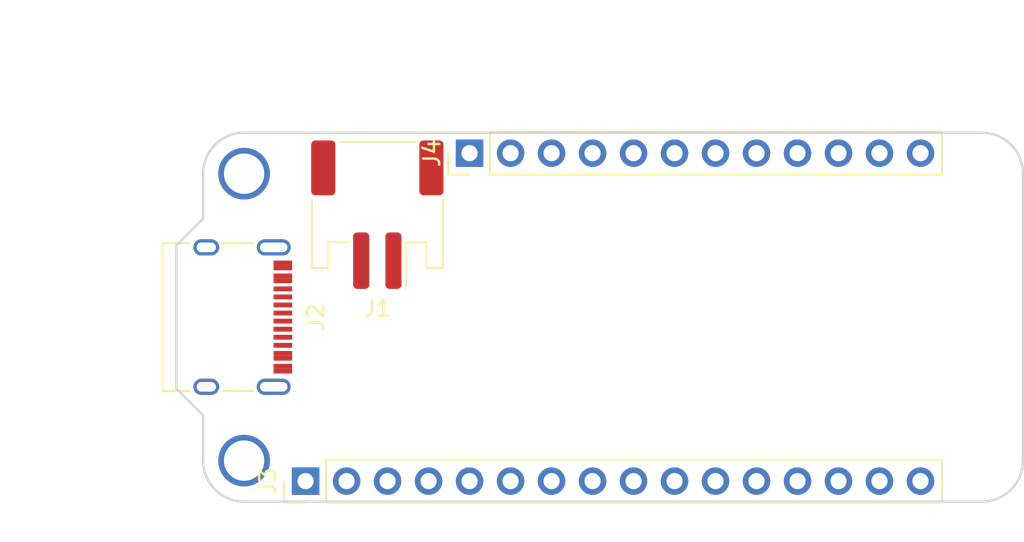
<source format=kicad_pcb>
(kicad_pcb (version 20171130) (host pcbnew "(5.1.6-0-10_14)")

  (general
    (thickness 1.6)
    (drawings 14)
    (tracks 0)
    (zones 0)
    (modules 8)
    (nets 37)
  )

  (page A4)
  (layers
    (0 F.Cu signal)
    (31 B.Cu signal)
    (32 B.Adhes user)
    (33 F.Adhes user)
    (34 B.Paste user)
    (35 F.Paste user)
    (36 B.SilkS user)
    (37 F.SilkS user)
    (38 B.Mask user)
    (39 F.Mask user)
    (40 Dwgs.User user)
    (41 Cmts.User user hide)
    (42 Eco1.User user)
    (43 Eco2.User user)
    (44 Edge.Cuts user)
    (45 Margin user)
    (46 B.CrtYd user)
    (47 F.CrtYd user)
    (48 B.Fab user)
    (49 F.Fab user)
  )

  (setup
    (last_trace_width 0.25)
    (trace_clearance 0.2)
    (zone_clearance 0.508)
    (zone_45_only no)
    (trace_min 0.2)
    (via_size 0.8)
    (via_drill 0.4)
    (via_min_size 0.4)
    (via_min_drill 0.3)
    (uvia_size 0.3)
    (uvia_drill 0.1)
    (uvias_allowed no)
    (uvia_min_size 0.2)
    (uvia_min_drill 0.1)
    (edge_width 0.05)
    (segment_width 0.2)
    (pcb_text_width 0.3)
    (pcb_text_size 1.5 1.5)
    (mod_edge_width 0.12)
    (mod_text_size 1 1)
    (mod_text_width 0.15)
    (pad_size 3.2 3.2)
    (pad_drill 2.5)
    (pad_to_mask_clearance 0.051)
    (solder_mask_min_width 0.25)
    (aux_axis_origin 0 0)
    (visible_elements FFFFF77F)
    (pcbplotparams
      (layerselection 0x010fc_ffffffff)
      (usegerberextensions false)
      (usegerberattributes false)
      (usegerberadvancedattributes false)
      (creategerberjobfile false)
      (excludeedgelayer true)
      (linewidth 0.100000)
      (plotframeref false)
      (viasonmask false)
      (mode 1)
      (useauxorigin false)
      (hpglpennumber 1)
      (hpglpenspeed 20)
      (hpglpendiameter 15.000000)
      (psnegative false)
      (psa4output false)
      (plotreference true)
      (plotvalue true)
      (plotinvisibletext false)
      (padsonsilk false)
      (subtractmaskfromsilk false)
      (outputformat 1)
      (mirror false)
      (drillshape 1)
      (scaleselection 1)
      (outputdirectory ""))
  )

  (net 0 "")
  (net 1 +BATT)
  (net 2 GND)
  (net 3 VBUS)
  (net 4 /MISC)
  (net 5 /TX)
  (net 6 /RX)
  (net 7 /MISO)
  (net 8 /MOSI)
  (net 9 /SCK)
  (net 10 /A5)
  (net 11 /A4)
  (net 12 /A3)
  (net 13 /A2)
  (net 14 /A1)
  (net 15 /A0)
  (net 16 /Aref)
  (net 17 +3V3)
  (net 18 /~RST~)
  (net 19 /SDA)
  (net 20 /SCL)
  (net 21 /GPIO05)
  (net 22 /GPIO06)
  (net 23 /GPIO09)
  (net 24 /GPIO10)
  (net 25 /GPIO11)
  (net 26 /GPIO12)
  (net 27 /GPIO13)
  (net 28 /EN)
  (net 29 "Net-(J2-PadB8)")
  (net 30 "Net-(J2-PadA5)")
  (net 31 "Net-(J2-PadB7)")
  (net 32 "Net-(J2-PadA6)")
  (net 33 "Net-(J2-PadA7)")
  (net 34 "Net-(J2-PadB6)")
  (net 35 "Net-(J2-PadA8)")
  (net 36 "Net-(J2-PadB5)")

  (net_class Default "This is the default net class."
    (clearance 0.2)
    (trace_width 0.25)
    (via_dia 0.8)
    (via_drill 0.4)
    (uvia_dia 0.3)
    (uvia_drill 0.1)
    (add_net +3V3)
    (add_net +BATT)
    (add_net /A0)
    (add_net /A1)
    (add_net /A2)
    (add_net /A3)
    (add_net /A4)
    (add_net /A5)
    (add_net /Aref)
    (add_net /EN)
    (add_net /GPIO05)
    (add_net /GPIO06)
    (add_net /GPIO09)
    (add_net /GPIO10)
    (add_net /GPIO11)
    (add_net /GPIO12)
    (add_net /GPIO13)
    (add_net /MISC)
    (add_net /MISO)
    (add_net /MOSI)
    (add_net /RX)
    (add_net /SCK)
    (add_net /SCL)
    (add_net /SDA)
    (add_net /TX)
    (add_net /~RST~)
    (add_net GND)
    (add_net "Net-(J2-PadA5)")
    (add_net "Net-(J2-PadA6)")
    (add_net "Net-(J2-PadA7)")
    (add_net "Net-(J2-PadA8)")
    (add_net "Net-(J2-PadB5)")
    (add_net "Net-(J2-PadB6)")
    (add_net "Net-(J2-PadB7)")
    (add_net "Net-(J2-PadB8)")
    (add_net VBUS)
  )

  (module Connector_USB:USB_C_Receptacle_XKB_U262-16XN-4BVC11 locked (layer F.Cu) (tedit 5F8051BB) (tstamp 5D4E12BF)
    (at 128.27 92.706 270)
    (descr "USB Type C, right-angle, SMT, https://datasheet.lcsc.com/szlcsc/1811141824_XKB-Enterprise-U262-161N-4BVC11_C319148.pdf")
    (tags "USB C Type-C Receptacle SMD")
    (path /5F805C0B)
    (attr smd)
    (fp_text reference J2 (at 0 -5.715 270) (layer F.SilkS)
      (effects (font (size 1 1) (thickness 0.15)))
    )
    (fp_text value USB_C_Receptacle_USB2.0 (at 0 4.935 270) (layer F.Fab)
      (effects (font (size 1 1) (thickness 0.15)))
    )
    (fp_line (start -4.47 -3.675) (end 4.47 -3.675) (layer F.Fab) (width 0.1))
    (fp_line (start 4.47 3.675) (end 4.47 -3.675) (layer F.Fab) (width 0.1))
    (fp_line (start -4.47 3.675) (end 4.47 3.675) (layer F.Fab) (width 0.1))
    (fp_line (start -4.47 -3.675) (end -4.47 3.675) (layer F.Fab) (width 0.1))
    (fp_line (start -5.32 4.18) (end -5.32 -4.75) (layer F.CrtYd) (width 0.05))
    (fp_line (start 5.32 4.18) (end -5.32 4.18) (layer F.CrtYd) (width 0.05))
    (fp_line (start 5.32 -4.75) (end 5.32 4.18) (layer F.CrtYd) (width 0.05))
    (fp_line (start -5.32 -4.75) (end 5.32 -4.75) (layer F.CrtYd) (width 0.05))
    (fp_line (start 4.58 3.785) (end -4.58 3.785) (layer F.SilkS) (width 0.12))
    (fp_line (start -4.58 3.785) (end -4.58 2.08) (layer F.SilkS) (width 0.12))
    (fp_line (start 4.58 2.08) (end 4.58 3.785) (layer F.SilkS) (width 0.12))
    (fp_line (start 4.58 0.07) (end 4.58 -1.85) (layer F.SilkS) (width 0.12))
    (fp_line (start -4.58 -1.85) (end -4.58 0.07) (layer F.SilkS) (width 0.12))
    (fp_text user %R (at 0 0 270) (layer F.Fab)
      (effects (font (size 1 1) (thickness 0.15)))
    )
    (pad A12 smd rect (at 3.35 -3.67 270) (size 0.3 1.15) (layers F.Cu F.Paste F.Mask)
      (net 2 GND))
    (pad A9 smd rect (at 2.55 -3.67 270) (size 0.3 1.15) (layers F.Cu F.Paste F.Mask)
      (net 3 VBUS))
    (pad B9 smd rect (at -2.25 -3.67 270) (size 0.3 1.15) (layers F.Cu F.Paste F.Mask)
      (net 3 VBUS))
    (pad B12 smd rect (at -3.05 -3.67 270) (size 0.3 1.15) (layers F.Cu F.Paste F.Mask)
      (net 2 GND))
    (pad A1 smd rect (at -3.35 -3.67 270) (size 0.3 1.15) (layers F.Cu F.Paste F.Mask)
      (net 2 GND))
    (pad A4 smd rect (at -2.55 -3.67 270) (size 0.3 1.15) (layers F.Cu F.Paste F.Mask)
      (net 3 VBUS))
    (pad B8 smd rect (at -1.75 -3.67 270) (size 0.3 1.15) (layers F.Cu F.Paste F.Mask)
      (net 29 "Net-(J2-PadB8)"))
    (pad A5 smd rect (at -1.25 -3.67 270) (size 0.3 1.15) (layers F.Cu F.Paste F.Mask)
      (net 30 "Net-(J2-PadA5)"))
    (pad B7 smd rect (at -0.75 -3.67 270) (size 0.3 1.15) (layers F.Cu F.Paste F.Mask)
      (net 31 "Net-(J2-PadB7)"))
    (pad A6 smd rect (at -0.25 -3.67 270) (size 0.3 1.15) (layers F.Cu F.Paste F.Mask)
      (net 32 "Net-(J2-PadA6)"))
    (pad A7 smd rect (at 0.25 -3.67 270) (size 0.3 1.15) (layers F.Cu F.Paste F.Mask)
      (net 33 "Net-(J2-PadA7)"))
    (pad B6 smd rect (at 0.75 -3.67 270) (size 0.3 1.15) (layers F.Cu F.Paste F.Mask)
      (net 34 "Net-(J2-PadB6)"))
    (pad A8 smd rect (at 1.25 -3.67 270) (size 0.3 1.15) (layers F.Cu F.Paste F.Mask)
      (net 35 "Net-(J2-PadA8)"))
    (pad B5 smd rect (at 1.75 -3.67 270) (size 0.3 1.15) (layers F.Cu F.Paste F.Mask)
      (net 36 "Net-(J2-PadB5)"))
    (pad B4 smd rect (at 2.25 -3.67 270) (size 0.3 1.15) (layers F.Cu F.Paste F.Mask)
      (net 3 VBUS))
    (pad B1 smd rect (at 3.05 -3.67 270) (size 0.3 1.15) (layers F.Cu F.Paste F.Mask)
      (net 2 GND))
    (pad S1 thru_hole oval (at 4.32 1.075 270) (size 1 1.6) (drill oval 0.6 1.2) (layers *.Cu *.Mask)
      (net 2 GND))
    (pad S1 thru_hole oval (at -4.32 1.075 270) (size 1 1.6) (drill oval 0.6 1.2) (layers *.Cu *.Mask)
      (net 2 GND))
    (pad S1 thru_hole oval (at 4.32 -3.105 270) (size 1 2.1) (drill oval 0.6 1.7) (layers *.Cu *.Mask)
      (net 2 GND))
    (pad S1 thru_hole oval (at -4.32 -3.105 270) (size 1 2.1) (drill oval 0.6 1.7) (layers *.Cu *.Mask)
      (net 2 GND))
    (model ${KISYS3DMOD}/Connector_USB.3dshapes/USB_C_Receptacle_XKB_U262-16XN-4BVC11.wrl
      (at (xyz 0 0 0))
      (scale (xyz 1 1 1))
      (rotate (xyz 0 0 0))
    )
  )

  (module Connector_PinHeader_2.54mm:PinHeader_1x12_P2.54mm_Vertical (layer F.Cu) (tedit 5F805123) (tstamp 5D4E07D8)
    (at 143.51 82.55 90)
    (descr "Through hole straight pin header, 1x12, 2.54mm pitch, single row")
    (tags "Through hole pin header THT 1x12 2.54mm single row")
    (path /5D4E69E8)
    (fp_text reference J4 (at 0 -2.33 90) (layer F.SilkS)
      (effects (font (size 1 1) (thickness 0.15)))
    )
    (fp_text value Conn_Right (at 0 30.27 90) (layer F.Fab)
      (effects (font (size 1 1) (thickness 0.15)))
    )
    (fp_line (start -1.33 -1.33) (end 0 -1.33) (layer F.SilkS) (width 0.12))
    (fp_line (start -1.33 0) (end -1.33 -1.33) (layer F.SilkS) (width 0.12))
    (fp_line (start -1.33 1.27) (end 1.33 1.27) (layer F.SilkS) (width 0.12))
    (fp_line (start 1.33 1.27) (end 1.33 29.27) (layer F.SilkS) (width 0.12))
    (fp_line (start -1.33 1.27) (end -1.33 29.27) (layer F.SilkS) (width 0.12))
    (fp_line (start -1.33 29.27) (end 1.33 29.27) (layer F.SilkS) (width 0.12))
    (fp_line (start -1.27 -0.635) (end -0.635 -1.27) (layer F.Fab) (width 0.1))
    (fp_line (start -1.27 29.21) (end -1.27 -0.635) (layer F.Fab) (width 0.1))
    (fp_line (start 1.27 29.21) (end -1.27 29.21) (layer F.Fab) (width 0.1))
    (fp_line (start 1.27 -1.27) (end 1.27 29.21) (layer F.Fab) (width 0.1))
    (fp_line (start -0.635 -1.27) (end 1.27 -1.27) (layer F.Fab) (width 0.1))
    (fp_text user %R (at 0 13.97 180) (layer F.Fab)
      (effects (font (size 1 1) (thickness 0.15)))
    )
    (pad 12 thru_hole oval (at 0 27.94 90) (size 1.7 1.7) (drill 1) (layers *.Cu *.Mask)
      (net 19 /SDA))
    (pad 11 thru_hole oval (at 0 25.4 90) (size 1.7 1.7) (drill 1) (layers *.Cu *.Mask)
      (net 20 /SCL))
    (pad 10 thru_hole oval (at 0 22.86 90) (size 1.7 1.7) (drill 1) (layers *.Cu *.Mask)
      (net 21 /GPIO05))
    (pad 9 thru_hole oval (at 0 20.32 90) (size 1.7 1.7) (drill 1) (layers *.Cu *.Mask)
      (net 22 /GPIO06))
    (pad 8 thru_hole oval (at 0 17.78 90) (size 1.7 1.7) (drill 1) (layers *.Cu *.Mask)
      (net 23 /GPIO09))
    (pad 7 thru_hole oval (at 0 15.24 90) (size 1.7 1.7) (drill 1) (layers *.Cu *.Mask)
      (net 24 /GPIO10))
    (pad 6 thru_hole oval (at 0 12.7 90) (size 1.7 1.7) (drill 1) (layers *.Cu *.Mask)
      (net 25 /GPIO11))
    (pad 5 thru_hole oval (at 0 10.16 90) (size 1.7 1.7) (drill 1) (layers *.Cu *.Mask)
      (net 26 /GPIO12))
    (pad 4 thru_hole oval (at 0 7.62 90) (size 1.7 1.7) (drill 1) (layers *.Cu *.Mask)
      (net 27 /GPIO13))
    (pad 3 thru_hole oval (at 0 5.08 90) (size 1.7 1.7) (drill 1) (layers *.Cu *.Mask)
      (net 3 VBUS))
    (pad 2 thru_hole oval (at 0 2.54 90) (size 1.7 1.7) (drill 1) (layers *.Cu *.Mask)
      (net 28 /EN))
    (pad 1 thru_hole rect (at 0 0 90) (size 1.7 1.7) (drill 1) (layers *.Cu *.Mask)
      (net 1 +BATT))
    (model ${KISYS3DMOD}/Connector_PinHeader_2.54mm.3dshapes/PinHeader_1x12_P2.54mm_Vertical.wrl
      (at (xyz 0 0 0))
      (scale (xyz 1 1 1))
      (rotate (xyz 0 0 0))
    )
  )

  (module Connector_PinHeader_2.54mm:PinHeader_1x16_P2.54mm_Vertical (layer F.Cu) (tedit 59FED5CC) (tstamp 5D4E07B8)
    (at 133.35 102.87 90)
    (descr "Through hole straight pin header, 1x16, 2.54mm pitch, single row")
    (tags "Through hole pin header THT 1x16 2.54mm single row")
    (path /5D4E7BAF)
    (fp_text reference J3 (at 0 -2.33 90) (layer F.SilkS)
      (effects (font (size 1 1) (thickness 0.15)))
    )
    (fp_text value Conn_Left (at 0 40.43 90) (layer F.Fab)
      (effects (font (size 1 1) (thickness 0.15)))
    )
    (fp_line (start 1.8 -1.8) (end -1.8 -1.8) (layer F.CrtYd) (width 0.05))
    (fp_line (start 1.8 39.9) (end 1.8 -1.8) (layer F.CrtYd) (width 0.05))
    (fp_line (start -1.8 39.9) (end 1.8 39.9) (layer F.CrtYd) (width 0.05))
    (fp_line (start -1.8 -1.8) (end -1.8 39.9) (layer F.CrtYd) (width 0.05))
    (fp_line (start -1.33 -1.33) (end 0 -1.33) (layer F.SilkS) (width 0.12))
    (fp_line (start -1.33 0) (end -1.33 -1.33) (layer F.SilkS) (width 0.12))
    (fp_line (start -1.33 1.27) (end 1.33 1.27) (layer F.SilkS) (width 0.12))
    (fp_line (start 1.33 1.27) (end 1.33 39.43) (layer F.SilkS) (width 0.12))
    (fp_line (start -1.33 1.27) (end -1.33 39.43) (layer F.SilkS) (width 0.12))
    (fp_line (start -1.33 39.43) (end 1.33 39.43) (layer F.SilkS) (width 0.12))
    (fp_line (start -1.27 -0.635) (end -0.635 -1.27) (layer F.Fab) (width 0.1))
    (fp_line (start -1.27 39.37) (end -1.27 -0.635) (layer F.Fab) (width 0.1))
    (fp_line (start 1.27 39.37) (end -1.27 39.37) (layer F.Fab) (width 0.1))
    (fp_line (start 1.27 -1.27) (end 1.27 39.37) (layer F.Fab) (width 0.1))
    (fp_line (start -0.635 -1.27) (end 1.27 -1.27) (layer F.Fab) (width 0.1))
    (fp_text user %R (at 0 19.05) (layer F.Fab)
      (effects (font (size 1 1) (thickness 0.15)))
    )
    (pad 16 thru_hole oval (at 0 38.1 90) (size 1.7 1.7) (drill 1) (layers *.Cu *.Mask)
      (net 4 /MISC))
    (pad 15 thru_hole oval (at 0 35.56 90) (size 1.7 1.7) (drill 1) (layers *.Cu *.Mask)
      (net 5 /TX))
    (pad 14 thru_hole oval (at 0 33.02 90) (size 1.7 1.7) (drill 1) (layers *.Cu *.Mask)
      (net 6 /RX))
    (pad 13 thru_hole oval (at 0 30.48 90) (size 1.7 1.7) (drill 1) (layers *.Cu *.Mask)
      (net 7 /MISO))
    (pad 12 thru_hole oval (at 0 27.94 90) (size 1.7 1.7) (drill 1) (layers *.Cu *.Mask)
      (net 8 /MOSI))
    (pad 11 thru_hole oval (at 0 25.4 90) (size 1.7 1.7) (drill 1) (layers *.Cu *.Mask)
      (net 9 /SCK))
    (pad 10 thru_hole oval (at 0 22.86 90) (size 1.7 1.7) (drill 1) (layers *.Cu *.Mask)
      (net 10 /A5))
    (pad 9 thru_hole oval (at 0 20.32 90) (size 1.7 1.7) (drill 1) (layers *.Cu *.Mask)
      (net 11 /A4))
    (pad 8 thru_hole oval (at 0 17.78 90) (size 1.7 1.7) (drill 1) (layers *.Cu *.Mask)
      (net 12 /A3))
    (pad 7 thru_hole oval (at 0 15.24 90) (size 1.7 1.7) (drill 1) (layers *.Cu *.Mask)
      (net 13 /A2))
    (pad 6 thru_hole oval (at 0 12.7 90) (size 1.7 1.7) (drill 1) (layers *.Cu *.Mask)
      (net 14 /A1))
    (pad 5 thru_hole oval (at 0 10.16 90) (size 1.7 1.7) (drill 1) (layers *.Cu *.Mask)
      (net 15 /A0))
    (pad 4 thru_hole oval (at 0 7.62 90) (size 1.7 1.7) (drill 1) (layers *.Cu *.Mask)
      (net 2 GND))
    (pad 3 thru_hole oval (at 0 5.08 90) (size 1.7 1.7) (drill 1) (layers *.Cu *.Mask)
      (net 16 /Aref))
    (pad 2 thru_hole oval (at 0 2.54 90) (size 1.7 1.7) (drill 1) (layers *.Cu *.Mask)
      (net 17 +3V3))
    (pad 1 thru_hole rect (at 0 0 90) (size 1.7 1.7) (drill 1) (layers *.Cu *.Mask)
      (net 18 /~RST~))
    (model ${KISYS3DMOD}/Connector_PinHeader_2.54mm.3dshapes/PinHeader_1x16_P2.54mm_Vertical.wrl
      (at (xyz 0 0 0))
      (scale (xyz 1 1 1))
      (rotate (xyz 0 0 0))
    )
  )

  (module Connector_JST:JST_PH_S2B-PH-SM4-TB_1x02-1MP_P2.00mm_Horizontal (layer F.Cu) (tedit 5B78AD87) (tstamp 5F805BF9)
    (at 137.795 86.36 180)
    (descr "JST PH series connector, S2B-PH-SM4-TB (http://www.jst-mfg.com/product/pdf/eng/ePH.pdf), generated with kicad-footprint-generator")
    (tags "connector JST PH top entry")
    (path /5D4DC9A5)
    (attr smd)
    (fp_text reference J1 (at 0 -5.8) (layer F.SilkS)
      (effects (font (size 1 1) (thickness 0.15)))
    )
    (fp_text value Conn_Battery (at 0 5.8) (layer F.Fab)
      (effects (font (size 1 1) (thickness 0.15)))
    )
    (fp_line (start -1 -0.892893) (end -0.5 -1.6) (layer F.Fab) (width 0.1))
    (fp_line (start -1.5 -1.6) (end -1 -0.892893) (layer F.Fab) (width 0.1))
    (fp_line (start 4.6 -5.1) (end -4.6 -5.1) (layer F.CrtYd) (width 0.05))
    (fp_line (start 4.6 5.1) (end 4.6 -5.1) (layer F.CrtYd) (width 0.05))
    (fp_line (start -4.6 5.1) (end 4.6 5.1) (layer F.CrtYd) (width 0.05))
    (fp_line (start -4.6 -5.1) (end -4.6 5.1) (layer F.CrtYd) (width 0.05))
    (fp_line (start 3.95 -3.2) (end 3.95 4.4) (layer F.Fab) (width 0.1))
    (fp_line (start -3.95 -3.2) (end -3.95 4.4) (layer F.Fab) (width 0.1))
    (fp_line (start -3.95 4.4) (end 3.95 4.4) (layer F.Fab) (width 0.1))
    (fp_line (start -2.34 4.51) (end 2.34 4.51) (layer F.SilkS) (width 0.12))
    (fp_line (start 3.04 -1.71) (end 1.76 -1.71) (layer F.SilkS) (width 0.12))
    (fp_line (start 3.04 -3.31) (end 3.04 -1.71) (layer F.SilkS) (width 0.12))
    (fp_line (start 4.06 -3.31) (end 3.04 -3.31) (layer F.SilkS) (width 0.12))
    (fp_line (start 4.06 0.94) (end 4.06 -3.31) (layer F.SilkS) (width 0.12))
    (fp_line (start -1.76 -1.71) (end -1.76 -4.6) (layer F.SilkS) (width 0.12))
    (fp_line (start -3.04 -1.71) (end -1.76 -1.71) (layer F.SilkS) (width 0.12))
    (fp_line (start -3.04 -3.31) (end -3.04 -1.71) (layer F.SilkS) (width 0.12))
    (fp_line (start -4.06 -3.31) (end -3.04 -3.31) (layer F.SilkS) (width 0.12))
    (fp_line (start -4.06 0.94) (end -4.06 -3.31) (layer F.SilkS) (width 0.12))
    (fp_line (start 3.15 -3.2) (end 3.95 -3.2) (layer F.Fab) (width 0.1))
    (fp_line (start 3.15 -1.6) (end 3.15 -3.2) (layer F.Fab) (width 0.1))
    (fp_line (start -3.15 -1.6) (end 3.15 -1.6) (layer F.Fab) (width 0.1))
    (fp_line (start -3.15 -3.2) (end -3.15 -1.6) (layer F.Fab) (width 0.1))
    (fp_line (start -3.95 -3.2) (end -3.15 -3.2) (layer F.Fab) (width 0.1))
    (fp_text user %R (at 0 1.5) (layer F.Fab)
      (effects (font (size 1 1) (thickness 0.15)))
    )
    (pad MP smd roundrect (at 3.35 2.9 180) (size 1.5 3.4) (layers F.Cu F.Paste F.Mask) (roundrect_rratio 0.166667))
    (pad MP smd roundrect (at -3.35 2.9 180) (size 1.5 3.4) (layers F.Cu F.Paste F.Mask) (roundrect_rratio 0.166667))
    (pad 2 smd roundrect (at 1 -2.85 180) (size 1 3.5) (layers F.Cu F.Paste F.Mask) (roundrect_rratio 0.25)
      (net 1 +BATT))
    (pad 1 smd roundrect (at -1 -2.85 180) (size 1 3.5) (layers F.Cu F.Paste F.Mask) (roundrect_rratio 0.25)
      (net 2 GND))
    (model ${KISYS3DMOD}/Connector_JST.3dshapes/JST_PH_S2B-PH-SM4-TB_1x02-1MP_P2.00mm_Horizontal.wrl
      (at (xyz 0 0 0))
      (scale (xyz 1 1 1))
      (rotate (xyz 0 0 0))
    )
  )

  (module MountingHole:MountingHole_2.5mm_Pad locked (layer F.Cu) (tedit 5D4D8656) (tstamp 5D4E0263)
    (at 129.54 83.82)
    (descr "Mounting Hole 2.5mm")
    (tags "mounting hole 2.5mm")
    (attr virtual)
    (fp_text reference REF** (at 0 -3.5) (layer F.SilkS) hide
      (effects (font (size 1 1) (thickness 0.15)))
    )
    (fp_text value MountingHole_2.5mm_Pad (at 0 3.5) (layer F.Fab) hide
      (effects (font (size 1 1) (thickness 0.15)))
    )
    (fp_text user %R (at 0.3 0) (layer F.Fab) hide
      (effects (font (size 1 1) (thickness 0.15)))
    )
    (pad "" thru_hole circle (at 0 0) (size 3.2 3.2) (drill 2.5) (layers *.Cu *.Mask))
  )

  (module MountingHole:MountingHole_2.5mm_Pad locked (layer F.Cu) (tedit 5D4D8651) (tstamp 5D4E00FA)
    (at 129.54 101.6)
    (descr "Mounting Hole 2.5mm")
    (tags "mounting hole 2.5mm")
    (attr virtual)
    (fp_text reference REF** (at 0 -3.5) (layer F.SilkS) hide
      (effects (font (size 1 1) (thickness 0.15)))
    )
    (fp_text value MountingHole_2.5mm_Pad (at 0 3.5) (layer F.Fab) hide
      (effects (font (size 1 1) (thickness 0.15)))
    )
    (fp_text user %R (at 0.3 0) (layer F.Fab) hide
      (effects (font (size 1 1) (thickness 0.15)))
    )
    (pad "" thru_hole circle (at 0 0) (size 3.2 3.2) (drill 2.5) (layers *.Cu *.Mask))
  )

  (module MountingHole:MountingHole_2.2mm_M2 locked (layer F.Cu) (tedit 5D4D864B) (tstamp 5D4E0624)
    (at 175.26 102.235)
    (descr "Mounting Hole 2.2mm, no annular, M2")
    (tags "mounting hole 2.2mm no annular m2")
    (attr virtual)
    (fp_text reference REF** (at 0 -3.2) (layer F.SilkS) hide
      (effects (font (size 1 1) (thickness 0.15)))
    )
    (fp_text value MountingHole_2.2mm_M2 (at 0 3.2) (layer F.Fab) hide
      (effects (font (size 1 1) (thickness 0.15)))
    )
    (fp_text user %R (at 0.3 0) (layer F.Fab) hide
      (effects (font (size 1 1) (thickness 0.15)))
    )
    (pad 1 np_thru_hole circle (at 0 0) (size 2.2 2.2) (drill 2.2) (layers *.Cu *.Mask))
  )

  (module MountingHole:MountingHole_2.2mm_M2 locked (layer F.Cu) (tedit 5D4D8641) (tstamp 5D4E05EF)
    (at 175.26 83.185)
    (descr "Mounting Hole 2.2mm, no annular, M2")
    (tags "mounting hole 2.2mm no annular m2")
    (attr virtual)
    (fp_text reference REF** (at 0 -3.2) (layer F.SilkS) hide
      (effects (font (size 1 1) (thickness 0.15)))
    )
    (fp_text value MountingHole_2.2mm_M2 (at 0 3.2) (layer F.Fab) hide
      (effects (font (size 1 1) (thickness 0.15)))
    )
    (fp_text user %R (at 0.3 0) (layer F.Fab) hide
      (effects (font (size 1 1) (thickness 0.15)))
    )
    (pad 1 np_thru_hole circle (at 0 0) (size 2.2 2.2) (drill 2.2) (layers *.Cu *.Mask))
  )

  (dimension 50.8 (width 0.15) (layer Dwgs.User)
    (gr_text "2.0000 in" (at 152.4 73.757) (layer Dwgs.User)
      (effects (font (size 1 1) (thickness 0.15)))
    )
    (feature1 (pts (xy 177.8 78.74) (xy 177.8 74.470579)))
    (feature2 (pts (xy 127 78.74) (xy 127 74.470579)))
    (crossbar (pts (xy 127 75.057) (xy 177.8 75.057)))
    (arrow1a (pts (xy 177.8 75.057) (xy 176.673496 75.643421)))
    (arrow1b (pts (xy 177.8 75.057) (xy 176.673496 74.470579)))
    (arrow2a (pts (xy 127 75.057) (xy 128.126504 75.643421)))
    (arrow2b (pts (xy 127 75.057) (xy 128.126504 74.470579)))
  )
  (dimension 22.86 (width 0.15) (layer Dwgs.User)
    (gr_text "0.9000 in" (at 118.08 92.71 270) (layer Dwgs.User)
      (effects (font (size 1 1) (thickness 0.15)))
    )
    (feature1 (pts (xy 124.46 104.14) (xy 118.793579 104.14)))
    (feature2 (pts (xy 124.46 81.28) (xy 118.793579 81.28)))
    (crossbar (pts (xy 119.38 81.28) (xy 119.38 104.14)))
    (arrow1a (pts (xy 119.38 104.14) (xy 118.793579 103.013496)))
    (arrow1b (pts (xy 119.38 104.14) (xy 119.966421 103.013496)))
    (arrow2a (pts (xy 119.38 81.28) (xy 118.793579 82.406504)))
    (arrow2b (pts (xy 119.38 81.28) (xy 119.966421 82.406504)))
  )
  (gr_arc (start 129.54 101.6) (end 127 101.6) (angle -90) (layer Edge.Cuts) (width 0.15) (tstamp 5D4D9C62))
  (gr_line (start 127 98.806) (end 127 101.6) (layer Edge.Cuts) (width 0.15) (tstamp 5D4D9C61))
  (gr_line (start 125.349 97.155) (end 127 98.806) (layer Edge.Cuts) (width 0.15) (tstamp 5D4D9C60))
  (gr_line (start 125.349 88.265) (end 125.349 97.155) (layer Edge.Cuts) (width 0.15) (tstamp 5F8058A4))
  (gr_line (start 125.349 88.265) (end 127 86.614) (layer Edge.Cuts) (width 0.15) (tstamp 5D4D9C5E))
  (gr_line (start 127 83.82) (end 127 86.614) (layer Edge.Cuts) (width 0.15) (tstamp 5D4D9C5D))
  (gr_arc (start 129.54 83.82) (end 129.54 81.28) (angle -90) (layer Edge.Cuts) (width 0.15) (tstamp 5D4D9C58))
  (gr_arc (start 175.26 101.6) (end 175.26 104.14) (angle -90) (layer Edge.Cuts) (width 0.15) (tstamp 5D4D9C57))
  (gr_line (start 175.26 81.28) (end 129.54 81.28) (layer Edge.Cuts) (width 0.15) (tstamp 5D4D9C56))
  (gr_arc (start 175.26 83.82) (end 177.8 83.82) (angle -90) (layer Edge.Cuts) (width 0.15) (tstamp 5D4D9C55))
  (gr_line (start 129.54 104.14) (end 175.26 104.14) (layer Edge.Cuts) (width 0.15) (tstamp 5D4D9C54))
  (gr_line (start 177.8 101.6) (end 177.8 83.82) (layer Edge.Cuts) (width 0.15) (tstamp 5D4DBB23))

)

</source>
